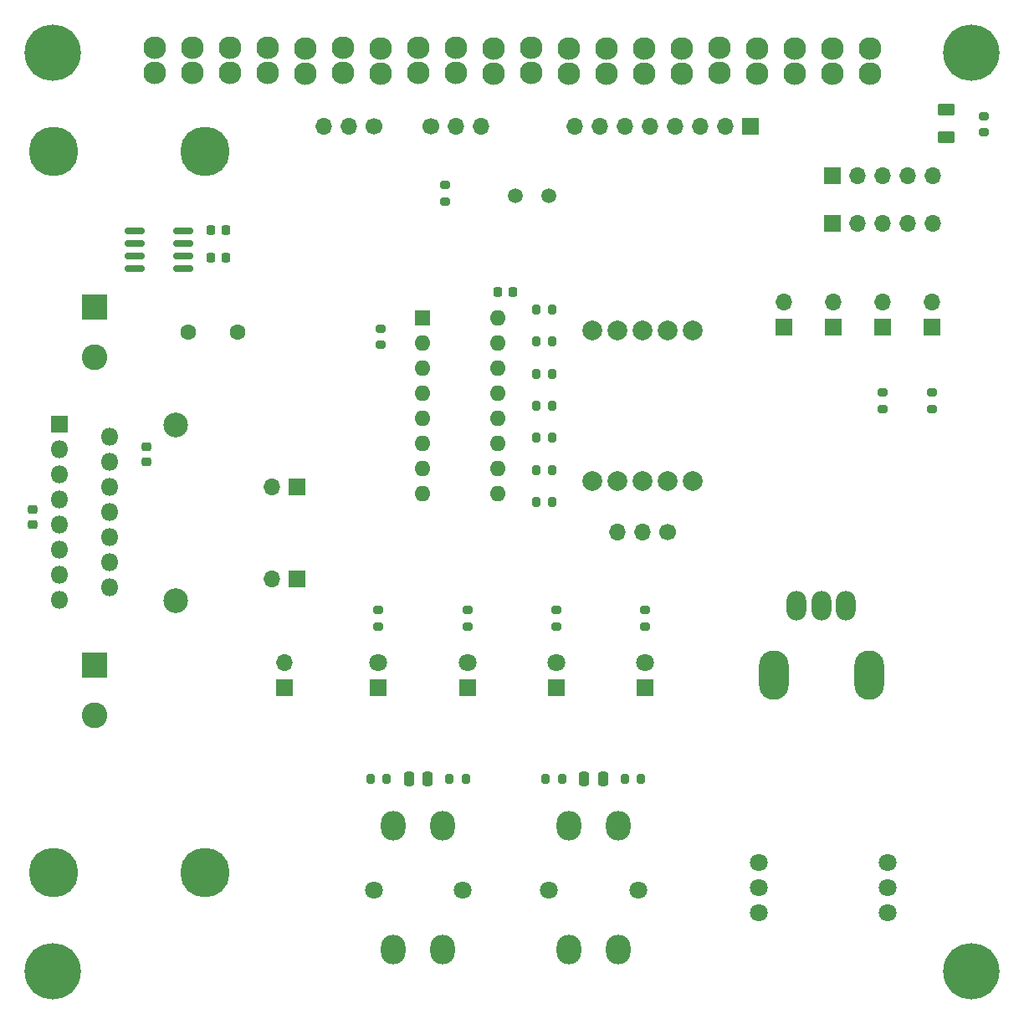
<source format=gbr>
%TF.GenerationSoftware,KiCad,Pcbnew,(6.0.8)*%
%TF.CreationDate,2022-11-24T14:06:27+01:00*%
%TF.ProjectId,myDAQExpansionBoard,6d794441-5145-4787-9061-6e73696f6e42,rev?*%
%TF.SameCoordinates,Original*%
%TF.FileFunction,Soldermask,Top*%
%TF.FilePolarity,Negative*%
%FSLAX46Y46*%
G04 Gerber Fmt 4.6, Leading zero omitted, Abs format (unit mm)*
G04 Created by KiCad (PCBNEW (6.0.8)) date 2022-11-24 14:06:27*
%MOMM*%
%LPD*%
G01*
G04 APERTURE LIST*
G04 Aperture macros list*
%AMRoundRect*
0 Rectangle with rounded corners*
0 $1 Rounding radius*
0 $2 $3 $4 $5 $6 $7 $8 $9 X,Y pos of 4 corners*
0 Add a 4 corners polygon primitive as box body*
4,1,4,$2,$3,$4,$5,$6,$7,$8,$9,$2,$3,0*
0 Add four circle primitives for the rounded corners*
1,1,$1+$1,$2,$3*
1,1,$1+$1,$4,$5*
1,1,$1+$1,$6,$7*
1,1,$1+$1,$8,$9*
0 Add four rect primitives between the rounded corners*
20,1,$1+$1,$2,$3,$4,$5,0*
20,1,$1+$1,$4,$5,$6,$7,0*
20,1,$1+$1,$6,$7,$8,$9,0*
20,1,$1+$1,$8,$9,$2,$3,0*%
G04 Aperture macros list end*
%ADD10RoundRect,0.200000X-0.200000X-0.275000X0.200000X-0.275000X0.200000X0.275000X-0.200000X0.275000X0*%
%ADD11C,1.800000*%
%ADD12R,1.800000X1.800000*%
%ADD13RoundRect,0.200000X-0.275000X0.200000X-0.275000X-0.200000X0.275000X-0.200000X0.275000X0.200000X0*%
%ADD14C,1.600000*%
%ADD15C,5.700000*%
%ADD16O,1.700000X1.700000*%
%ADD17R,1.700000X1.700000*%
%ADD18RoundRect,0.250000X-0.250000X-0.475000X0.250000X-0.475000X0.250000X0.475000X-0.250000X0.475000X0*%
%ADD19RoundRect,0.225000X-0.225000X-0.250000X0.225000X-0.250000X0.225000X0.250000X-0.225000X0.250000X0*%
%ADD20RoundRect,0.200000X0.275000X-0.200000X0.275000X0.200000X-0.275000X0.200000X-0.275000X-0.200000X0*%
%ADD21RoundRect,0.225000X0.250000X-0.225000X0.250000X0.225000X-0.250000X0.225000X-0.250000X-0.225000X0*%
%ADD22C,2.000000*%
%ADD23C,1.700000*%
%ADD24O,2.000000X3.000000*%
%ADD25O,3.000000X5.000000*%
%ADD26C,2.300000*%
%ADD27O,1.800000X1.800000*%
%ADD28C,2.500000*%
%ADD29O,1.600000X1.600000*%
%ADD30R,1.600000X1.600000*%
%ADD31C,2.600000*%
%ADD32R,2.600000X2.600000*%
%ADD33C,5.000000*%
%ADD34C,1.500000*%
%ADD35O,2.500000X3.000000*%
%ADD36RoundRect,0.250000X-0.625000X0.375000X-0.625000X-0.375000X0.625000X-0.375000X0.625000X0.375000X0*%
%ADD37RoundRect,0.150000X-0.825000X-0.150000X0.825000X-0.150000X0.825000X0.150000X-0.825000X0.150000X0*%
G04 APERTURE END LIST*
D10*
%TO.C,R21*%
X130675000Y-110800000D03*
X132325000Y-110800000D03*
%TD*%
%TO.C,R19*%
X112925000Y-110800000D03*
X114575000Y-110800000D03*
%TD*%
D11*
%TO.C,D2*%
X114737500Y-98972500D03*
D12*
X114737500Y-101512500D03*
%TD*%
D13*
%TO.C,R20*%
X167000000Y-45325000D03*
X167000000Y-43675000D03*
%TD*%
D10*
%TO.C,R3*%
X104925000Y-110800000D03*
X106575000Y-110800000D03*
%TD*%
D14*
%TO.C,C5*%
X91500000Y-65545000D03*
X86500000Y-65545000D03*
%TD*%
D13*
%TO.C,R18*%
X112500000Y-52325000D03*
X112500000Y-50675000D03*
%TD*%
D10*
%TO.C,R8*%
X123325000Y-69750000D03*
X121675000Y-69750000D03*
%TD*%
%TO.C,R11*%
X123325000Y-76250000D03*
X121675000Y-76250000D03*
%TD*%
D15*
%TO.C,H1*%
X72750000Y-37250000D03*
%TD*%
D16*
%TO.C,JP10*%
X94985000Y-90500000D03*
D17*
X97525000Y-90500000D03*
%TD*%
D10*
%TO.C,R10*%
X123325000Y-73000000D03*
X121675000Y-73000000D03*
%TD*%
D18*
%TO.C,CD1*%
X108800000Y-110800000D03*
X110700000Y-110800000D03*
%TD*%
D19*
%TO.C,C3*%
X90300000Y-55250000D03*
X88750000Y-55250000D03*
%TD*%
D20*
%TO.C,R2*%
X156750000Y-71675000D03*
X156750000Y-73325000D03*
%TD*%
D13*
%TO.C,R6*%
X161750000Y-73325000D03*
X161750000Y-71675000D03*
%TD*%
D21*
%TO.C,C2*%
X70750000Y-83475000D03*
X70750000Y-85025000D03*
%TD*%
D22*
%TO.C,U2*%
X127380000Y-65380000D03*
X129920000Y-65380000D03*
X132460000Y-65380000D03*
X135000000Y-65380000D03*
X137540000Y-65380000D03*
X137540000Y-80620000D03*
X135000000Y-80620000D03*
X132460000Y-80620000D03*
X129920000Y-80620000D03*
X127380000Y-80620000D03*
%TD*%
D15*
%TO.C,H4*%
X72750000Y-130250000D03*
%TD*%
D13*
%TO.C,R12*%
X105960000Y-66825000D03*
X105960000Y-65175000D03*
%TD*%
D16*
%TO.C,JP8*%
X116080000Y-44750000D03*
X113540000Y-44750000D03*
D23*
X111000000Y-44750000D03*
%TD*%
D24*
%TO.C,RV1*%
X148060500Y-93237500D03*
X150560500Y-93237500D03*
X153060500Y-93237500D03*
D25*
X145760500Y-100237500D03*
X155360500Y-100237500D03*
%TD*%
D16*
%TO.C,JP5*%
X96250000Y-98985000D03*
D17*
X96250000Y-101525000D03*
%TD*%
D16*
%TO.C,JP4*%
X161750000Y-62460000D03*
D17*
X161750000Y-65000000D03*
%TD*%
D16*
%TO.C,JP9*%
X94985000Y-81205000D03*
D17*
X97525000Y-81205000D03*
%TD*%
D16*
%TO.C,J3*%
X125595000Y-44750000D03*
X128135000Y-44750000D03*
X130675000Y-44750000D03*
X133215000Y-44750000D03*
X135755000Y-44750000D03*
X138295000Y-44750000D03*
X140835000Y-44750000D03*
D17*
X143375000Y-44750000D03*
%TD*%
D16*
%TO.C,J2*%
X161835000Y-54500000D03*
X159295000Y-54500000D03*
X156755000Y-54500000D03*
X154215000Y-54500000D03*
D17*
X151675000Y-54500000D03*
%TD*%
D21*
%TO.C,C4*%
X82250000Y-77125000D03*
X82250000Y-78675000D03*
%TD*%
D13*
%TO.C,R7*%
X123737500Y-95312500D03*
X123737500Y-93662500D03*
%TD*%
D26*
%TO.C,J4*%
X155445000Y-36840000D03*
X155445000Y-39380000D03*
X151635000Y-39420000D03*
X151635000Y-36880000D03*
X147825000Y-36840000D03*
X147825000Y-39380000D03*
X144015000Y-39420000D03*
X144015000Y-36880000D03*
X140205000Y-36800000D03*
X140205000Y-39340000D03*
X136395000Y-36840000D03*
X136395000Y-39380000D03*
X132585000Y-36880000D03*
X132585000Y-39420000D03*
X128775000Y-39380000D03*
X128775000Y-36840000D03*
X124965000Y-36880000D03*
X124965000Y-39420000D03*
X121155000Y-39340000D03*
X121155000Y-36800000D03*
X117345000Y-39380000D03*
X117345000Y-36840000D03*
X113535000Y-39340000D03*
X113535000Y-36800000D03*
X109725000Y-39340000D03*
X109725000Y-36800000D03*
X105915000Y-36840000D03*
X105915000Y-39380000D03*
X102105000Y-39340000D03*
X102105000Y-36800000D03*
X98295000Y-39380000D03*
X98295000Y-36840000D03*
X94485000Y-39300000D03*
X94485000Y-36760000D03*
X90675000Y-36800000D03*
X90675000Y-39340000D03*
X86865000Y-39300000D03*
X86865000Y-36760000D03*
X83055000Y-39340000D03*
X83055000Y-36800000D03*
%TD*%
D27*
%TO.C,U4*%
X73440000Y-92635000D03*
X78520000Y-91365000D03*
X73440000Y-90095000D03*
X78520000Y-88825000D03*
X73440000Y-87555000D03*
X78520000Y-86285000D03*
X73440000Y-85015000D03*
D28*
X85190000Y-74955000D03*
X85190000Y-92755000D03*
D27*
X78520000Y-83745000D03*
X73440000Y-82475000D03*
X78520000Y-81205000D03*
X73440000Y-79935000D03*
X78520000Y-78665000D03*
X73440000Y-77395000D03*
X78520000Y-76125000D03*
D12*
X73440000Y-74855000D03*
%TD*%
D16*
%TO.C,JP7*%
X100195000Y-44750000D03*
X102735000Y-44750000D03*
D23*
X105275000Y-44750000D03*
%TD*%
D13*
%TO.C,R5*%
X114737500Y-95312500D03*
X114737500Y-93662500D03*
%TD*%
D11*
%TO.C,D3*%
X123737500Y-98972500D03*
D12*
X123737500Y-101512500D03*
%TD*%
D29*
%TO.C,U1*%
X117780000Y-64125000D03*
X117780000Y-66665000D03*
X117780000Y-69205000D03*
X117780000Y-71745000D03*
X117780000Y-74285000D03*
X117780000Y-76825000D03*
X117780000Y-79365000D03*
X117780000Y-81905000D03*
X110160000Y-81905000D03*
X110160000Y-79365000D03*
X110160000Y-76825000D03*
X110160000Y-74285000D03*
X110160000Y-71745000D03*
X110160000Y-69205000D03*
X110160000Y-66665000D03*
D30*
X110160000Y-64125000D03*
%TD*%
D31*
%TO.C,J6*%
X77000000Y-104330000D03*
D32*
X77000000Y-99250000D03*
%TD*%
D19*
%TO.C,C6*%
X90300000Y-58000000D03*
X88750000Y-58000000D03*
%TD*%
D13*
%TO.C,R9*%
X132737500Y-95312500D03*
X132737500Y-93662500D03*
%TD*%
D18*
%TO.C,CD2*%
X128450000Y-110800000D03*
X126550000Y-110800000D03*
%TD*%
D13*
%TO.C,R1*%
X105737500Y-95312500D03*
X105737500Y-93662500D03*
%TD*%
D16*
%TO.C,JP1*%
X156750000Y-62485000D03*
D17*
X156750000Y-65025000D03*
%TD*%
D33*
%TO.C,J8*%
X88150000Y-120250000D03*
X72850000Y-120250000D03*
%TD*%
D34*
%TO.C,R17*%
X122950000Y-51750000D03*
X119550000Y-51750000D03*
%TD*%
D35*
%TO.C,SW4*%
X125000000Y-115500000D03*
X125000000Y-128000000D03*
X130000000Y-128000000D03*
X130000000Y-115500000D03*
D11*
X132000000Y-122000000D03*
X123000000Y-122000000D03*
%TD*%
%TO.C,D1*%
X105737500Y-98972500D03*
D12*
X105737500Y-101512500D03*
%TD*%
D10*
%TO.C,R15*%
X123325000Y-63250000D03*
X121675000Y-63250000D03*
%TD*%
D16*
%TO.C,JP6*%
X129930000Y-85750000D03*
X132470000Y-85750000D03*
D23*
X135010000Y-85750000D03*
%TD*%
D10*
%TO.C,R13*%
X123325000Y-79500000D03*
X121675000Y-79500000D03*
%TD*%
D15*
%TO.C,H3*%
X165750000Y-130250000D03*
%TD*%
D11*
%TO.C,SW1*%
X144250000Y-119210000D03*
X144250000Y-121750000D03*
X144250000Y-124290000D03*
%TD*%
D33*
%TO.C,J7*%
X72850000Y-47250000D03*
X88150000Y-47250000D03*
%TD*%
D11*
%TO.C,SW2*%
X157250000Y-119210000D03*
X157250000Y-121750000D03*
X157250000Y-124290000D03*
%TD*%
D16*
%TO.C,JP2*%
X146750000Y-62485000D03*
D17*
X146750000Y-65025000D03*
%TD*%
D36*
%TO.C,D14*%
X163150000Y-45850000D03*
X163150000Y-43050000D03*
%TD*%
D16*
%TO.C,JP3*%
X151750000Y-62485000D03*
D17*
X151750000Y-65025000D03*
%TD*%
D11*
%TO.C,SW3*%
X105250000Y-122000000D03*
X114250000Y-122000000D03*
D35*
X112250000Y-128000000D03*
X112250000Y-115500000D03*
X107250000Y-128000000D03*
X107250000Y-115500000D03*
%TD*%
D10*
%TO.C,R4*%
X124325000Y-110800000D03*
X122675000Y-110800000D03*
%TD*%
D11*
%TO.C,D4*%
X132737500Y-98972500D03*
D12*
X132737500Y-101512500D03*
%TD*%
D31*
%TO.C,J5*%
X77000000Y-68080000D03*
D32*
X77000000Y-63000000D03*
%TD*%
D19*
%TO.C,C1*%
X119330000Y-61500000D03*
X117780000Y-61500000D03*
%TD*%
D16*
%TO.C,J1*%
X161835000Y-49750000D03*
X159295000Y-49750000D03*
X156755000Y-49750000D03*
X154215000Y-49750000D03*
D17*
X151675000Y-49750000D03*
%TD*%
D15*
%TO.C,H2*%
X165750000Y-37250000D03*
%TD*%
D37*
%TO.C,U3*%
X86000000Y-55345000D03*
X86000000Y-56615000D03*
X86000000Y-57885000D03*
X86000000Y-59155000D03*
X81050000Y-59155000D03*
X81050000Y-57885000D03*
X81050000Y-56615000D03*
X81050000Y-55345000D03*
%TD*%
D10*
%TO.C,R16*%
X123325000Y-66500000D03*
X121675000Y-66500000D03*
%TD*%
%TO.C,R14*%
X123325000Y-82750000D03*
X121675000Y-82750000D03*
%TD*%
M02*

</source>
